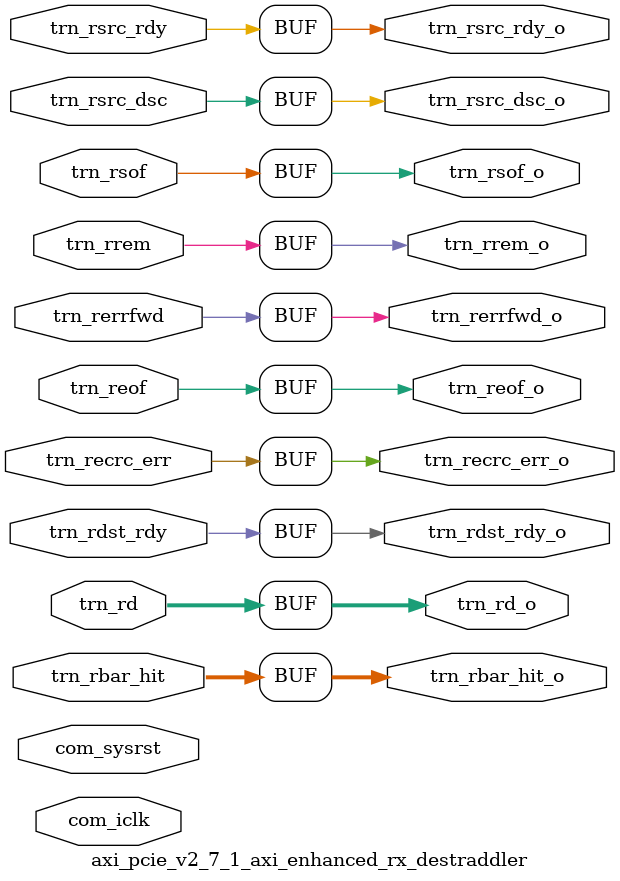
<source format=v>
`timescale 1ps/1ps

module axi_pcie_v2_7_1_axi_enhanced_rx_destraddler #(
  parameter C_DATA_WIDTH = 32,                          // RX/TX interface data width
  parameter C_FAMILY = "X7",                            // Targeted FPGA family
  parameter TCQ = 1,                                    // Clock to Q time

  // Do not override parameters below this line
  parameter REM_WIDTH  = (C_DATA_WIDTH == 128) ? 2 : 1, // trem/rrem width
  parameter RBAR_WIDTH = (C_FAMILY == "X7") ? 8 : 7,    // trn_rbar_hit width
  parameter STRB_WIDTH = C_DATA_WIDTH / 8               // TSTRB width
  ) (

  //---------------------------------------------------------------------------
  // TRN RX
  //---------------------------------------------------------------------------
  input      [C_DATA_WIDTH-1:0] trn_rd,                 // RX data from block
  input                         trn_rsof,               // RX start of packet
  input                         trn_reof,               // RX end of packet
  input                         trn_rsrc_rdy,           // RX source ready
  output                        trn_rdst_rdy_o,         // RX destination ready
  input                         trn_rsrc_dsc,           // RX source discontinue
  input         [REM_WIDTH-1:0] trn_rrem,               // RX remainder
  input                         trn_rerrfwd,            // RX error forward
  input        [RBAR_WIDTH-1:0] trn_rbar_hit,           // RX BAR hit
  input                         trn_recrc_err,          // RX ECRC error

  //--------------------------------------------------------------------------
  //TRN Realigned outputs to the RX data pipeline and Null Generator
  //--------------------------------------------------------------------------

  output  reg [C_DATA_WIDTH-1:0]trn_rd_o,               // Realigned data output
  output  reg                   trn_rsof_o,             // Realigned start of Frame
  output  reg                   trn_reof_o,             // Realigned End of Frame
  output  reg                   trn_rsrc_rdy_o,         // Realigned Source ready
  input                         trn_rdst_rdy,           // Destination ready from user
  output  reg                   trn_rsrc_dsc_o,         // Discontinue realigned
  output  reg   [REM_WIDTH-1:0] trn_rrem_o,             // RREM realigned
  output  reg                   trn_rerrfwd_o,          // rerrfwd realigned
  output  reg  [RBAR_WIDTH-1:0] trn_rbar_hit_o,         // RBAR hit realigned
  output  reg                   trn_recrc_err_o,        // ECRC error realigned

  //---------------------------------------------------------------------------
  // System
  //---------------------------------------------------------------------------

  input                         com_iclk,               // user clock from block
  input                         com_sysrst              // user reset from block

);

generate
// C_DATA_WIDTH == 128
if(C_DATA_WIDTH == 128) begin : data_width_128

  localparam               IDLE             = 2'b00;
  localparam               PROCESS_TLP_BEAT = 2'b01;
  localparam               THROTTLE_TLP     = 2'b10;

  reg [1:0]                state;
  reg                      local_throttle;
  // internal storage
  reg [C_DATA_WIDTH/2-1:0] trn_rd_d;
  reg                      trn_rsof_d;
  reg                      trn_reof_d;
  reg                      trn_rsrc_rdy_d;
  reg                      trn_rsrc_dsc_d;
  reg    [REM_WIDTH-1:0]   trn_rrem_d;
  reg                      trn_rerrfwd_d;
  reg   [RBAR_WIDTH-1:0]   trn_rbar_hit_d;
  reg                      trn_recrc_err_d;

  assign trn_rdst_rdy_o = trn_rdst_rdy && !local_throttle;

  // Internal buffer to store TRN signals
  always@(posedge com_iclk) begin
    if(com_sysrst) begin
      trn_rd_d            <= #TCQ {C_DATA_WIDTH/2{1'b0}};
      trn_rsof_d          <= #TCQ 1'b0;
      trn_reof_d          <= #TCQ 1'b0;
      trn_rsrc_rdy_d      <= #TCQ 1'b0;
      trn_rsrc_dsc_d      <= #TCQ 1'b0;
      trn_rrem_d          <= #TCQ {REM_WIDTH{1'b0}};
      trn_rerrfwd_d       <= #TCQ 1'b0;
      trn_rbar_hit_d      <= #TCQ {RBAR_WIDTH{1'b0}};
      trn_recrc_err_d     <= #TCQ 1'b0;
    end
    else begin
      // Enable signal for registers
      if(trn_rdst_rdy) begin
        trn_rd_d          <= #TCQ trn_rd[63:0];
        trn_rsof_d        <= #TCQ trn_rsof;
        trn_reof_d        <= #TCQ trn_reof;
        trn_rsrc_rdy_d    <= #TCQ trn_rsrc_rdy;
        trn_rsrc_dsc_d    <= #TCQ trn_rsrc_dsc;
        trn_rrem_d        <= #TCQ trn_rrem;
        trn_rerrfwd_d     <= #TCQ trn_rerrfwd;
        trn_rbar_hit_d    <= #TCQ trn_rbar_hit;
        trn_recrc_err_d   <= #TCQ trn_recrc_err;
      end
    end
  end

  // Output driver logic based on StateMachine state values and TRN inputs
  always@(trn_rd,trn_rsof,trn_reof,trn_rrem,trn_rsrc_dsc,trn_rsrc_rdy,trn_rdst_rdy,
          trn_recrc_err,trn_rerrfwd,trn_rbar_hit,state,local_throttle,com_sysrst) begin
    if(com_sysrst) begin
      trn_rd_o            <= {C_DATA_WIDTH{1'b0}};
      trn_rsof_o          <= 1'b0;
      trn_reof_o          <= 1'b0;
      trn_rsrc_rdy_o      <= 1'b0;
      trn_rsrc_dsc_o      <= 1'b0;
      trn_rrem_o          <= {REM_WIDTH{1'b0}};
      trn_rerrfwd_o       <= 1'b0;
      trn_rbar_hit_o      <= {RBAR_WIDTH{1'b0}};
      trn_recrc_err_o     <= 1'b0;
    end
    else begin
      case(state)
      IDLE : begin
               if(trn_rsof && !trn_rrem[1] && !trn_reof && trn_rdst_rdy && trn_rsrc_rdy) begin // Unaligned TLP
                 // Create a void i.e. Pass default '0' values to all outputs
                 trn_rd_o            <= {C_DATA_WIDTH{1'b0}};
                 trn_rsof_o          <= 1'b0;
                 trn_reof_o          <= 1'b0;
                 trn_rsrc_rdy_o      <= 1'b0;
                 trn_rsrc_dsc_o      <= 1'b0;
                 trn_rrem_o          <= {REM_WIDTH{1'b0}};
                 trn_rerrfwd_o       <= 1'b0;
                 trn_rbar_hit_o      <= {RBAR_WIDTH{1'b0}};
                 trn_recrc_err_o     <= 1'b0;
               end
               else if(trn_rsof && trn_reof && !trn_rrem[1] && trn_rdst_rdy && trn_rsrc_rdy) begin // straddled Beat
                 // Pass only EOF
                 trn_rd_o            <= {trn_rd[127:64],64'b0};
                 trn_rsof_o          <= 1'b0;
                 trn_reof_o          <= trn_reof;
                 trn_rsrc_rdy_o      <= trn_rsrc_rdy;
                 trn_rsrc_dsc_o      <= trn_rsrc_dsc;
                 trn_rrem_o          <= {1'b0,trn_rrem[0]};
                 trn_rerrfwd_o       <= trn_rerrfwd_d;   // Old value
                 trn_rbar_hit_o      <= trn_rbar_hit_d;  // Old value
                 trn_recrc_err_o     <= trn_recrc_err;   // New value is used
  
               end
               else begin // Default
                 trn_rd_o            <= trn_rd;
                 trn_rsof_o          <= trn_rsof;
                 trn_reof_o          <= trn_reof;
                 trn_rsrc_rdy_o      <= trn_rsrc_rdy;
                 trn_rsrc_dsc_o      <= trn_rsrc_dsc;
                 trn_rrem_o          <= trn_rrem;
                 trn_rerrfwd_o       <= trn_rerrfwd;
                 trn_rbar_hit_o      <= trn_rbar_hit;
                 trn_recrc_err_o     <= trn_recrc_err;
               end
             end
      PROCESS_TLP_BEAT : begin
               // eof in [127:64] only and no straddled beat
               if (trn_reof && !trn_rsof && !trn_rrem[1] && trn_rdst_rdy && trn_rsrc_rdy) begin
                 // adjust stored values with the live ones
                 trn_rd_o            <= {trn_rd_d,trn_rd[127:64]};
                 trn_rsof_o          <= trn_rsof_d;
                 trn_reof_o          <= trn_reof;
                 trn_rsrc_rdy_o      <= trn_rsrc_rdy;
                 trn_rsrc_dsc_o      <= trn_rsrc_dsc;
                 trn_rrem_o          <= {1'b1,trn_rrem[0]}; // Can be D0 D1 D2 -- or D0 D1 D2 D3 or H0 H1 H2 H3(D0/--)
                 trn_rerrfwd_o       <= trn_rerrfwd_d;
                 trn_rbar_hit_o      <= trn_rbar_hit_d;
                 trn_recrc_err_o     <= trn_recrc_err;
               end
               // Straddled beat
               // adjust stored values with the live ones. previous TLP ends here 
               else if(trn_reof && trn_rsof && trn_rdst_rdy && trn_rsrc_rdy) begin
                 trn_rd_o            <= {trn_rd_d,trn_rd[127:64]};
                 trn_rsof_o          <= trn_rsof_d;  // Old value
                 trn_reof_o          <= trn_reof;
                 trn_rsrc_rdy_o      <= trn_rsrc_rdy;
                 trn_rsrc_dsc_o      <= trn_rsrc_dsc;
                 trn_rrem_o          <= {1'b1,trn_rrem[0]}; // Can be D2 D1 D0 -- or D3 D3 D1 D0
                 trn_rerrfwd_o       <= trn_rerrfwd_d;
                 trn_rbar_hit_o      <= trn_rbar_hit_d;
                 trn_recrc_err_o     <= trn_recrc_err;
               end
               // eof beat having more than 2DW
               else if(trn_reof && trn_rdst_rdy && trn_rsrc_rdy) begin
                 // Pass {stored, live}
                 trn_rd_o            <= {trn_rd_d,trn_rd[127:64]};
                 trn_rsof_o          <= trn_rsof_d;
                 trn_reof_o          <= 1'b0;
                 trn_rsrc_rdy_o      <= trn_rsrc_rdy_d;
                 trn_rsrc_dsc_o      <= trn_rsrc_dsc;
                 trn_rrem_o          <= {REM_WIDTH{1'b1}};
                 trn_rerrfwd_o       <= trn_rerrfwd_d;
                 trn_rbar_hit_o      <= trn_rbar_hit_d;
                 trn_recrc_err_o     <= trn_recrc_err_d;
               end
               // Mid-Packet transfer
               else begin
                 // Pass {stored, live}
                 trn_rd_o            <= {trn_rd_d,trn_rd[127:64]};
                 trn_rsof_o          <= trn_rsof_d;
                 trn_reof_o          <= trn_reof;
                 trn_rsrc_rdy_o      <= trn_rsrc_rdy_d;
                 trn_rsrc_dsc_o      <= trn_rsrc_dsc;
                 trn_rrem_o          <= {REM_WIDTH{1'b1}};
                 trn_rerrfwd_o       <= trn_rerrfwd_d;
                 trn_rbar_hit_o      <= trn_rbar_hit_d;
                 trn_recrc_err_o     <= trn_recrc_err;
               end
             end
      default : begin
               // Throttle PCIe interface (will be for 1 cycle only)
               // Use stored values only in this state
               trn_rd_o              <= {trn_rd_d,64'b0};
               trn_rsof_o            <= trn_rsof_d;
               trn_reof_o            <= trn_reof_d;
               trn_rsrc_rdy_o        <= trn_rsrc_rdy_d;
               trn_rsrc_dsc_o        <= trn_rsrc_dsc_d;
               trn_rrem_o            <= {1'b0,trn_rrem_d[0]}; // Can be D1 D0 -- -- or D0 -- -- --
               trn_rerrfwd_o         <= trn_rerrfwd_d;
               trn_rbar_hit_o        <= trn_rbar_hit_d;
               trn_recrc_err_o       <= trn_recrc_err_d;
             end
      endcase
    end
  end

  // State Machine to re-align TLPs
  always @(posedge com_iclk) begin
    if(com_sysrst || trn_rsrc_dsc) begin
      state <= #TCQ IDLE;
      local_throttle <= #TCQ 1'b0;
    end
    else begin
      case(state)
      IDLE: begin
              // Unaligned TLP start or Straddle Beat
              if(((trn_rsof && !trn_reof) || (trn_rsof && trn_reof )) && !trn_rrem[1] && trn_rdst_rdy && trn_rsrc_rdy) begin
                state <= #TCQ PROCESS_TLP_BEAT;
              end
              local_throttle <= #TCQ 1'b0;
            end
      PROCESS_TLP_BEAT: begin
              // Wait for eof only
              if (trn_reof && !trn_rsof && trn_rdst_rdy && trn_rsrc_rdy) begin
                // eof in [128:64] only
                if(!trn_rrem[1]) begin
                  state <= #TCQ IDLE;
                  local_throttle <= #TCQ 1'b0;
                end
                // eof in [128:0]
                else begin
                  state <= #TCQ THROTTLE_TLP;
                  local_throttle <= #TCQ 1'b1;
                end
              end
            end
      default : begin
              if(trn_rdst_rdy) begin
                state  <= #TCQ IDLE;
                local_throttle <= #TCQ 1'b0;
              end
            end
      endcase
    end
  end

end // data_width_128
// C_DATA_WIDTH == 32 or C_DATA_WIDTH == 64
else begin: data_width_32_64
  // Direct mapping of inputs to outputs
  always@(*) begin
      trn_rd_o            <= trn_rd;
      trn_rsof_o          <= trn_rsof;
      trn_reof_o          <= trn_reof;
      trn_rsrc_rdy_o      <= trn_rsrc_rdy;
      trn_rsrc_dsc_o      <= trn_rsrc_dsc;
      trn_rrem_o          <= trn_rrem;
      trn_rerrfwd_o       <= trn_rerrfwd;
      trn_rbar_hit_o      <= trn_rbar_hit;
      trn_recrc_err_o     <= trn_recrc_err;
  end
  assign trn_rdst_rdy_o = trn_rdst_rdy;
end // data_width_32_64

endgenerate

endmodule

</source>
